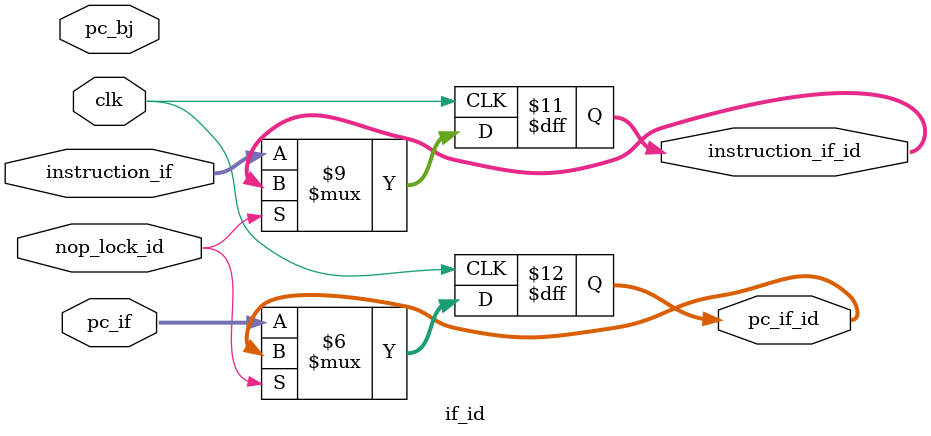
<source format=sv>
`ifndef _if_id
`define _if_id
`timescale 1ns / 1ps


module if_id(
	input wire clk,
	input wire [31 : 0] instruction_if,
	input wire [31 : 0] pc_if,
	input wire nop_lock_id,
	input wire pc_bj,
	output reg [31 : 0] instruction_if_id = 0,
	output reg [31 : 0] pc_if_id = 0
    );
	
	always_ff @(posedge clk) begin
		// if(nop_lock_id == 1'b0 && pc_bj == 1'b0) begin
		if(nop_lock_id == 1'b0) begin
			instruction_if_id <= instruction_if;
			pc_if_id <= pc_if;
		end
		// else if(pc_bj == 1'b1) begin
			// b or j clear
			// instruction_if_id <= 0;
			// pc_if_id <= 0;
		// end
		// else (nop_lock_id == 1'b1) begin
		else begin
			// insert bubble and keep constantly
			instruction_if_id <= instruction_if_id;
			pc_if_id <= pc_if_id;
		end

	end
		

endmodule

`endif
</source>
